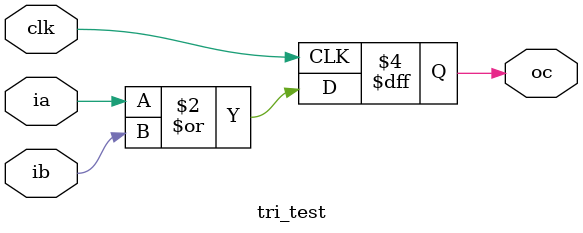
<source format=v>
module tri_test(
input wire clk,
input wire ia,
input wire ib,
output reg oc=1'b1
	);

always @(posedge clk) begin
	oc<=ia|ib;
end

endmodule
</source>
